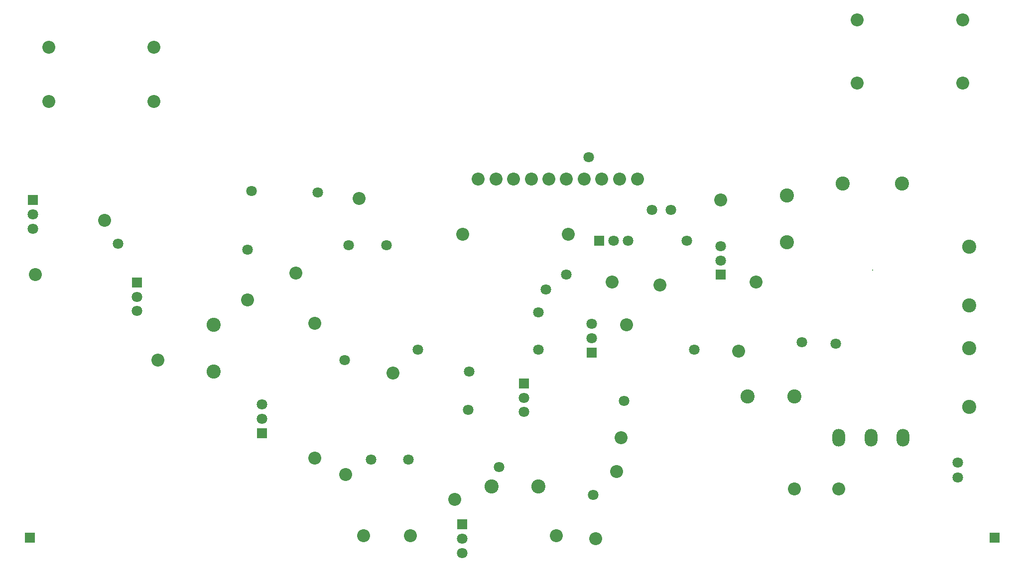
<source format=gbs>
G04 Layer_Color=16711935*
%FSLAX44Y44*%
%MOMM*%
G71*
G01*
G75*
%ADD25C,2.2032*%
%ADD26R,1.8032X1.8032*%
%ADD27C,0.2032*%
%ADD28C,2.4032*%
%ADD29C,1.8032*%
%ADD30R,1.8032X1.8032*%
%ADD31O,2.2032X3.0032*%
D25*
X811440Y591230D02*
D03*
X990510D02*
D03*
X1146304Y505000D02*
D03*
X1065000Y510000D02*
D03*
X1280000Y392500D02*
D03*
X286570Y817500D02*
D03*
X107500Y817500D02*
D03*
X1072500Y187500D02*
D03*
X1037500Y73100D02*
D03*
X692500Y355000D02*
D03*
X560000Y440000D02*
D03*
X970000Y78100D02*
D03*
X445000Y480000D02*
D03*
X560000Y210070D02*
D03*
X1090000Y437500D02*
D03*
X1450400Y157500D02*
D03*
X722500Y78100D02*
D03*
X1310000Y510000D02*
D03*
X202500Y615500D02*
D03*
X1375000Y157500D02*
D03*
X642500Y78100D02*
D03*
X1080000Y245000D02*
D03*
X797500Y140000D02*
D03*
X1250000Y650000D02*
D03*
X292500Y377500D02*
D03*
X85000Y522500D02*
D03*
X107500Y910000D02*
D03*
X286570D02*
D03*
X1661060Y956270D02*
D03*
X1481990D02*
D03*
X837500Y685000D02*
D03*
X867500D02*
D03*
X927500D02*
D03*
X897500D02*
D03*
X1017500D02*
D03*
X1047500D02*
D03*
X987500D02*
D03*
X957500D02*
D03*
X1077500D02*
D03*
X1108010D02*
D03*
X1661060Y848770D02*
D03*
X1481990D02*
D03*
X635000Y652500D02*
D03*
X527500Y525000D02*
D03*
X612500Y182500D02*
D03*
D26*
X1715000Y75000D02*
D03*
X75000D02*
D03*
X1043100Y580000D02*
D03*
D27*
X1507500Y530000D02*
D03*
D28*
X1375000Y315000D02*
D03*
X1295000D02*
D03*
X940000Y162500D02*
D03*
X860000D02*
D03*
X1672500Y297500D02*
D03*
Y397500D02*
D03*
X387500Y437500D02*
D03*
Y357500D02*
D03*
X1672500Y470000D02*
D03*
Y570000D02*
D03*
X1362500Y577500D02*
D03*
Y657500D02*
D03*
X1557500Y677500D02*
D03*
X1457500D02*
D03*
D29*
X810000Y48700D02*
D03*
Y73100D02*
D03*
X1250000Y571300D02*
D03*
Y546900D02*
D03*
X1067500Y580000D02*
D03*
X1091900D02*
D03*
X1030000Y438800D02*
D03*
Y414400D02*
D03*
X915000Y313100D02*
D03*
Y288700D02*
D03*
X470000Y277500D02*
D03*
Y301900D02*
D03*
X257500Y460600D02*
D03*
Y485000D02*
D03*
X80000Y625000D02*
D03*
Y600600D02*
D03*
X940000Y395000D02*
D03*
Y458800D02*
D03*
X1652500Y202900D02*
D03*
Y177500D02*
D03*
X655000Y207500D02*
D03*
X718800D02*
D03*
X681300Y572500D02*
D03*
X617500D02*
D03*
X565000Y662500D02*
D03*
X452500Y665000D02*
D03*
X1025000Y722500D02*
D03*
X1165000Y632500D02*
D03*
X1445000Y405000D02*
D03*
X1387500Y407500D02*
D03*
X1132500Y632500D02*
D03*
X1192500Y580000D02*
D03*
X1205000Y395000D02*
D03*
X987500Y522500D02*
D03*
X1032500Y147500D02*
D03*
X872500Y195000D02*
D03*
X952500Y497500D02*
D03*
X735000Y395000D02*
D03*
X822500Y357500D02*
D03*
X820000Y292500D02*
D03*
X610000Y377500D02*
D03*
X1085000Y307500D02*
D03*
X445000Y565000D02*
D03*
X225000Y575000D02*
D03*
D30*
X810000Y97500D02*
D03*
X1250000Y522500D02*
D03*
X1030000Y390000D02*
D03*
X915000Y337500D02*
D03*
X470000Y253100D02*
D03*
X257500Y509400D02*
D03*
X80000Y649400D02*
D03*
D31*
X1559600Y245000D02*
D03*
X1505000D02*
D03*
X1450400D02*
D03*
M02*

</source>
